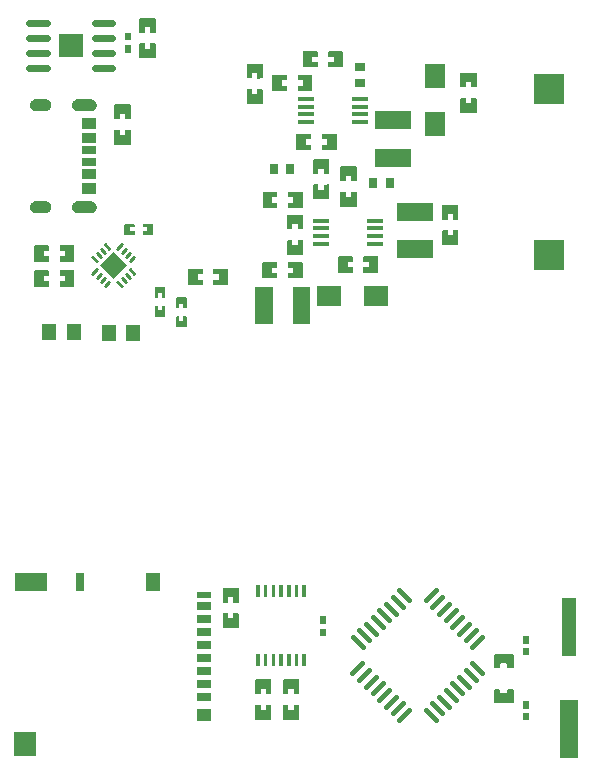
<source format=gtp>
G04 Layer: TopPasteMaskLayer*
G04 EasyEDA v6.4.30, 2022-01-21 15:04:52*
G04 c46cb3ee090d4a1eb143410c139ed502,dc6f5eff9a9d40dcab93570daa8facdf,10*
G04 Gerber Generator version 0.2*
G04 Scale: 100 percent, Rotated: No, Reflected: No *
G04 Dimensions in millimeters *
G04 leading zeros omitted , absolute positions ,4 integer and 5 decimal *
%FSLAX45Y45*%
%MOMM*%

%ADD19C,0.4500*%
%ADD29C,0.2800*%
%ADD30C,0.5740*%
%ADD32R,0.9000X0.8000*%
%ADD33R,0.8000X0.9000*%
%ADD35R,1.3005X1.3995*%
%ADD41R,2.5000X2.5000*%
%ADD43R,1.2000X0.8000*%
%ADD49R,1.2000X1.0000*%
%ADD50R,1.9000X2.0000*%
%ADD51R,2.8000X1.5000*%
%ADD52R,0.8000X1.5000*%
%ADD53R,1.2000X1.5000*%
%ADD54R,1.2000X0.6000*%
%ADD55R,1.8000X2.0000*%
%ADD56R,2.0000X1.8000*%
%ADD57R,3.1320X1.4850*%
%ADD60R,1.3970X0.4060*%
%ADD61R,1.5000X5.0000*%
%ADD62R,1.3000X5.0000*%

%LPD*%
G36*
X4790084Y2757373D02*
G01*
X4780076Y2747365D01*
X4780076Y2646629D01*
X4790084Y2636621D01*
X4940147Y2636621D01*
X4950155Y2646629D01*
X4950155Y2747365D01*
X4940147Y2757373D01*
X4904028Y2757373D01*
X4894021Y2747365D01*
X4894021Y2726334D01*
X4884013Y2716326D01*
X4846167Y2716326D01*
X4836210Y2726334D01*
X4836210Y2747365D01*
X4826203Y2757373D01*
G37*
G36*
X4790084Y3053130D02*
G01*
X4780076Y3043123D01*
X4780076Y2942386D01*
X4790084Y2932379D01*
X4826203Y2932379D01*
X4836210Y2942386D01*
X4836210Y2963418D01*
X4846167Y2973425D01*
X4884013Y2973425D01*
X4894021Y2963418D01*
X4894021Y2942386D01*
X4904028Y2932379D01*
X4940147Y2932379D01*
X4950155Y2942386D01*
X4950155Y3043123D01*
X4940147Y3053130D01*
G37*
G36*
X1915007Y5995466D02*
G01*
X1909978Y5990488D01*
X1909978Y5910478D01*
X1915007Y5905500D01*
X1995017Y5905500D01*
X1999996Y5910478D01*
X1999996Y5990488D01*
X1995017Y5995466D01*
X1972208Y5995466D01*
X1972208Y5958484D01*
X1939188Y5958484D01*
X1939188Y5995466D01*
G37*
G36*
X1915007Y6154470D02*
G01*
X1909978Y6149492D01*
X1909978Y6070498D01*
X1915007Y6065469D01*
X1939188Y6065469D01*
X1939188Y6103467D01*
X1972208Y6103467D01*
X1972208Y6065469D01*
X1995017Y6065469D01*
X1999996Y6070498D01*
X1999996Y6149492D01*
X1995017Y6154470D01*
G37*
G36*
X2094992Y6069482D02*
G01*
X2090013Y6064504D01*
X2090013Y5984494D01*
X2094992Y5979464D01*
X2117801Y5979464D01*
X2117801Y6016498D01*
X2150770Y6016498D01*
X2150770Y5979464D01*
X2175002Y5979464D01*
X2179980Y5984494D01*
X2179980Y6064504D01*
X2175002Y6069482D01*
G37*
G36*
X2094992Y5909513D02*
G01*
X2090013Y5904484D01*
X2090013Y5825490D01*
X2094992Y5820511D01*
X2175002Y5820511D01*
X2179980Y5825490D01*
X2179980Y5904484D01*
X2175002Y5909513D01*
X2150770Y5909513D01*
X2150770Y5871514D01*
X2117801Y5871514D01*
X2117801Y5909513D01*
G37*
G36*
X2807004Y2620467D02*
G01*
X2766009Y2619959D01*
X2760980Y2614980D01*
X2760980Y2499969D01*
X2766009Y2494991D01*
X2893974Y2494991D01*
X2899003Y2499969D01*
X2899003Y2614980D01*
X2893974Y2619959D01*
X2852013Y2619502D01*
X2852013Y2575458D01*
X2807004Y2575458D01*
G37*
G36*
X2766009Y2834995D02*
G01*
X2760980Y2829966D01*
X2760980Y2715006D01*
X2766009Y2709976D01*
X2807004Y2710484D01*
X2807004Y2754477D01*
X2852013Y2754477D01*
X2852013Y2709976D01*
X2893974Y2709976D01*
X2899003Y2715006D01*
X2899003Y2829966D01*
X2893974Y2834995D01*
G37*
G36*
X3042005Y2620467D02*
G01*
X3001010Y2619959D01*
X2995980Y2614980D01*
X2995980Y2499969D01*
X3001010Y2494991D01*
X3128975Y2494991D01*
X3134004Y2499969D01*
X3134004Y2614980D01*
X3128975Y2619959D01*
X3087014Y2619502D01*
X3087014Y2575458D01*
X3042005Y2575458D01*
G37*
G36*
X3001010Y2834995D02*
G01*
X2995980Y2829966D01*
X2995980Y2715006D01*
X3001010Y2709976D01*
X3042005Y2710484D01*
X3042005Y2754477D01*
X3087014Y2754477D01*
X3087014Y2709976D01*
X3128975Y2709976D01*
X3134004Y2715006D01*
X3134004Y2829966D01*
X3128975Y2834995D01*
G37*
G36*
X2531973Y3395472D02*
G01*
X2490978Y3394964D01*
X2485999Y3389985D01*
X2485999Y3274974D01*
X2490978Y3269996D01*
X2618994Y3269996D01*
X2623972Y3274974D01*
X2623972Y3389985D01*
X2618994Y3394964D01*
X2576982Y3394506D01*
X2576982Y3350463D01*
X2531973Y3350463D01*
G37*
G36*
X2490978Y3610000D02*
G01*
X2485999Y3604971D01*
X2485999Y3489960D01*
X2490978Y3484981D01*
X2531973Y3485489D01*
X2531973Y3529482D01*
X2576982Y3529482D01*
X2576982Y3484981D01*
X2618994Y3484981D01*
X2623972Y3489960D01*
X2623972Y3604971D01*
X2618994Y3610000D01*
G37*
G36*
X3682492Y6417005D02*
G01*
X3677513Y6411976D01*
X3677970Y6369964D01*
X3722014Y6369964D01*
X3722014Y6325006D01*
X3677005Y6325006D01*
X3677513Y6283960D01*
X3682492Y6278981D01*
X3797503Y6278981D01*
X3802481Y6283960D01*
X3802481Y6411976D01*
X3797503Y6417005D01*
G37*
G36*
X3467506Y6417005D02*
G01*
X3462477Y6411976D01*
X3462477Y6283960D01*
X3467506Y6278981D01*
X3582517Y6278981D01*
X3587496Y6283960D01*
X3586987Y6325006D01*
X3542995Y6325006D01*
X3542995Y6369964D01*
X3587496Y6369964D01*
X3587496Y6411976D01*
X3582517Y6417005D01*
G37*
G36*
X1573022Y7702499D02*
G01*
X1567992Y7697470D01*
X1567992Y7582509D01*
X1573022Y7577480D01*
X1614982Y7577988D01*
X1614982Y7621981D01*
X1659991Y7621981D01*
X1659991Y7576972D01*
X1700987Y7577480D01*
X1706016Y7582509D01*
X1706016Y7697470D01*
X1700987Y7702499D01*
G37*
G36*
X1573022Y7487462D02*
G01*
X1567992Y7482484D01*
X1567992Y7367473D01*
X1573022Y7362494D01*
X1700987Y7362494D01*
X1706016Y7367473D01*
X1706016Y7482484D01*
X1700987Y7487462D01*
X1659991Y7487005D01*
X1659991Y7442962D01*
X1614982Y7442962D01*
X1614982Y7487462D01*
G37*
G36*
X2412492Y6312001D02*
G01*
X2407513Y6306972D01*
X2407970Y6265011D01*
X2452014Y6265011D01*
X2452014Y6220002D01*
X2407005Y6220002D01*
X2407513Y6179007D01*
X2412492Y6173978D01*
X2527503Y6173978D01*
X2532481Y6179007D01*
X2532481Y6306972D01*
X2527503Y6312001D01*
G37*
G36*
X2197506Y6312001D02*
G01*
X2192477Y6306972D01*
X2192477Y6179007D01*
X2197506Y6173978D01*
X2312517Y6173978D01*
X2317496Y6179007D01*
X2316988Y6220002D01*
X2272995Y6220002D01*
X2272995Y6265011D01*
X2317496Y6265011D01*
X2317496Y6306972D01*
X2312517Y6312001D01*
G37*
G36*
X4503013Y7972501D02*
G01*
X4497984Y7967472D01*
X4497984Y7852460D01*
X4503013Y7847482D01*
X4544974Y7847990D01*
X4544974Y7891983D01*
X4589983Y7891983D01*
X4589983Y7846974D01*
X4630978Y7847482D01*
X4636008Y7852460D01*
X4636008Y7967472D01*
X4630978Y7972501D01*
G37*
G36*
X4503013Y7757464D02*
G01*
X4497984Y7752486D01*
X4497984Y7637475D01*
X4503013Y7632496D01*
X4630978Y7632496D01*
X4636008Y7637475D01*
X4636008Y7752486D01*
X4630978Y7757464D01*
X4589983Y7757007D01*
X4589983Y7712964D01*
X4544974Y7712964D01*
X4544974Y7757464D01*
G37*
G36*
X2693009Y8047481D02*
G01*
X2687980Y8042503D01*
X2687980Y7927492D01*
X2693009Y7922463D01*
X2734970Y7922971D01*
X2734970Y7966964D01*
X2779979Y7966964D01*
X2779979Y7922006D01*
X2820974Y7922463D01*
X2826004Y7927492D01*
X2826004Y8042503D01*
X2820974Y8047481D01*
G37*
G36*
X2693009Y7832496D02*
G01*
X2687980Y7827467D01*
X2687980Y7712506D01*
X2693009Y7707477D01*
X2820974Y7707477D01*
X2826004Y7712506D01*
X2826004Y7827467D01*
X2820974Y7832496D01*
X2779979Y7831988D01*
X2779979Y7787995D01*
X2734970Y7787995D01*
X2734970Y7832496D01*
G37*
G36*
X4347972Y6852462D02*
G01*
X4342993Y6847484D01*
X4342993Y6732473D01*
X4347972Y6727494D01*
X4389983Y6728002D01*
X4389983Y6771995D01*
X4434992Y6771995D01*
X4434992Y6726986D01*
X4475988Y6727494D01*
X4481017Y6732473D01*
X4481017Y6847484D01*
X4475988Y6852462D01*
G37*
G36*
X4347972Y6637477D02*
G01*
X4342993Y6632498D01*
X4342993Y6517487D01*
X4347972Y6512509D01*
X4475988Y6512509D01*
X4481017Y6517487D01*
X4481017Y6632498D01*
X4475988Y6637477D01*
X4434992Y6636969D01*
X4434992Y6592976D01*
X4389983Y6592976D01*
X4389983Y6637477D01*
G37*
G36*
X3042513Y6366967D02*
G01*
X3037484Y6361988D01*
X3037992Y6319977D01*
X3081985Y6319977D01*
X3081985Y6274968D01*
X3036976Y6274968D01*
X3037484Y6233972D01*
X3042513Y6228994D01*
X3157474Y6228994D01*
X3162503Y6233972D01*
X3162503Y6361988D01*
X3157474Y6366967D01*
G37*
G36*
X2827477Y6366967D02*
G01*
X2822498Y6361988D01*
X2822498Y6233972D01*
X2827477Y6228994D01*
X2942488Y6228994D01*
X2947517Y6233972D01*
X2947009Y6274968D01*
X2903016Y6274968D01*
X2903016Y6319977D01*
X2947517Y6319977D01*
X2947517Y6361988D01*
X2942488Y6366967D01*
G37*
G36*
X1259992Y7746949D02*
G01*
X1255014Y7746746D01*
X1250086Y7745984D01*
X1245260Y7744764D01*
X1240586Y7743037D01*
X1236065Y7740903D01*
X1231849Y7738313D01*
X1227836Y7735265D01*
X1224178Y7731912D01*
X1220927Y7728153D01*
X1217980Y7724089D01*
X1215491Y7719771D01*
X1213459Y7715250D01*
X1211884Y7710525D01*
X1210767Y7705648D01*
X1210157Y7700721D01*
X1210005Y7695742D01*
X1210360Y7690764D01*
X1211224Y7685836D01*
X1212596Y7681061D01*
X1214424Y7676388D01*
X1216710Y7671968D01*
X1219403Y7667802D01*
X1222502Y7663891D01*
X1226007Y7660335D01*
X1229817Y7657134D01*
X1233932Y7654290D01*
X1238300Y7651902D01*
X1242872Y7649972D01*
X1247648Y7648498D01*
X1252524Y7647533D01*
X1257503Y7647025D01*
X1369974Y7646974D01*
X1374952Y7647228D01*
X1379931Y7647990D01*
X1384757Y7649209D01*
X1389430Y7650886D01*
X1393901Y7653070D01*
X1398168Y7655661D01*
X1402130Y7658658D01*
X1405788Y7662062D01*
X1409090Y7665821D01*
X1411986Y7669834D01*
X1414475Y7674152D01*
X1416558Y7678724D01*
X1418132Y7683449D01*
X1419250Y7688275D01*
X1419860Y7693253D01*
X1419961Y7698231D01*
X1419606Y7703210D01*
X1418742Y7708087D01*
X1417370Y7712913D01*
X1415592Y7717536D01*
X1413306Y7721955D01*
X1410614Y7726172D01*
X1407464Y7730083D01*
X1404010Y7733639D01*
X1400200Y7736840D01*
X1396085Y7739634D01*
X1391716Y7742021D01*
X1387094Y7743952D01*
X1382318Y7745425D01*
X1377442Y7746390D01*
X1372463Y7746898D01*
G37*
G36*
X905002Y7746949D02*
G01*
X900023Y7746746D01*
X895096Y7745984D01*
X890269Y7744764D01*
X885596Y7743037D01*
X881075Y7740903D01*
X876808Y7738313D01*
X872845Y7735265D01*
X869187Y7731912D01*
X865886Y7728153D01*
X862990Y7724089D01*
X860501Y7719771D01*
X858469Y7715250D01*
X856843Y7710525D01*
X855776Y7705648D01*
X855116Y7700721D01*
X855014Y7695742D01*
X855370Y7690764D01*
X856234Y7685836D01*
X857605Y7681061D01*
X859434Y7676388D01*
X861669Y7671968D01*
X864412Y7667802D01*
X867511Y7663891D01*
X870966Y7660335D01*
X874826Y7657134D01*
X878941Y7654290D01*
X883310Y7651902D01*
X887882Y7649972D01*
X892657Y7648498D01*
X897534Y7647533D01*
X902512Y7647025D01*
X985012Y7646974D01*
X989990Y7647228D01*
X994918Y7647990D01*
X999744Y7649209D01*
X1004417Y7650886D01*
X1008887Y7653070D01*
X1013155Y7655661D01*
X1017117Y7658658D01*
X1020775Y7662062D01*
X1024077Y7665821D01*
X1026972Y7669834D01*
X1029462Y7674152D01*
X1031544Y7678724D01*
X1033119Y7683449D01*
X1034237Y7688275D01*
X1034846Y7693253D01*
X1034999Y7698231D01*
X1034592Y7703210D01*
X1033729Y7708087D01*
X1032408Y7712913D01*
X1030579Y7717536D01*
X1028293Y7721955D01*
X1025601Y7726172D01*
X1022502Y7730083D01*
X1018997Y7733639D01*
X1015187Y7736840D01*
X1011072Y7739634D01*
X1006703Y7742021D01*
X1002080Y7743952D01*
X997305Y7745425D01*
X992428Y7746390D01*
X987501Y7746898D01*
G37*
G36*
X1259992Y6882993D02*
G01*
X1255014Y6882739D01*
X1250086Y6882028D01*
X1245260Y6880758D01*
X1240586Y6879081D01*
X1236065Y6876897D01*
X1231849Y6874306D01*
X1227836Y6871309D01*
X1224178Y6867906D01*
X1220927Y6864146D01*
X1217980Y6860133D01*
X1215491Y6855815D01*
X1213459Y6851243D01*
X1211884Y6846519D01*
X1210767Y6841693D01*
X1210157Y6836714D01*
X1210005Y6831736D01*
X1210360Y6826758D01*
X1211224Y6821881D01*
X1212596Y6817055D01*
X1214424Y6812432D01*
X1216710Y6808012D01*
X1219403Y6803796D01*
X1222502Y6799935D01*
X1226007Y6796328D01*
X1229817Y6793128D01*
X1233932Y6790334D01*
X1238300Y6787946D01*
X1242872Y6786016D01*
X1247648Y6784543D01*
X1252524Y6783527D01*
X1257503Y6783070D01*
X1369974Y6783019D01*
X1374952Y6783222D01*
X1379931Y6783984D01*
X1384757Y6785203D01*
X1389430Y6786930D01*
X1393901Y6789064D01*
X1398168Y6791706D01*
X1402130Y6794703D01*
X1405788Y6798106D01*
X1409090Y6801815D01*
X1411986Y6805879D01*
X1414475Y6810197D01*
X1416558Y6814718D01*
X1418132Y6819442D01*
X1419250Y6824319D01*
X1419860Y6829247D01*
X1419961Y6834225D01*
X1419606Y6839203D01*
X1418742Y6844131D01*
X1417370Y6848906D01*
X1415592Y6853580D01*
X1413306Y6858000D01*
X1410614Y6862165D01*
X1407464Y6866077D01*
X1404010Y6869633D01*
X1400200Y6872833D01*
X1396085Y6875678D01*
X1391716Y6878066D01*
X1387094Y6879996D01*
X1382318Y6881469D01*
X1377442Y6882434D01*
X1372463Y6882942D01*
G37*
G36*
X905002Y6882993D02*
G01*
X900023Y6882739D01*
X895096Y6881977D01*
X890269Y6880758D01*
X885596Y6879081D01*
X881075Y6876897D01*
X876808Y6874306D01*
X872845Y6871309D01*
X869187Y6867906D01*
X865886Y6864146D01*
X862990Y6860133D01*
X860501Y6855815D01*
X858469Y6851243D01*
X856843Y6846519D01*
X855776Y6841693D01*
X855116Y6836714D01*
X855014Y6831736D01*
X855370Y6826758D01*
X856234Y6821881D01*
X857605Y6817055D01*
X859434Y6812432D01*
X861669Y6808012D01*
X864412Y6803796D01*
X867511Y6799884D01*
X870966Y6796328D01*
X874826Y6793128D01*
X878941Y6790334D01*
X883310Y6787946D01*
X887882Y6786016D01*
X892657Y6784543D01*
X897534Y6783527D01*
X902512Y6783070D01*
X985012Y6782968D01*
X989990Y6783222D01*
X994918Y6783984D01*
X999744Y6785203D01*
X1004417Y6786930D01*
X1008887Y6789064D01*
X1013155Y6791655D01*
X1017117Y6794703D01*
X1020775Y6798056D01*
X1024077Y6801815D01*
X1026972Y6805879D01*
X1029462Y6810197D01*
X1031544Y6814718D01*
X1033119Y6819442D01*
X1034237Y6824319D01*
X1034846Y6829247D01*
X1034999Y6834225D01*
X1034592Y6839203D01*
X1033729Y6844131D01*
X1032408Y6848906D01*
X1030579Y6853529D01*
X1028293Y6858000D01*
X1025601Y6862165D01*
X1022502Y6866077D01*
X1018997Y6869633D01*
X1015187Y6872833D01*
X1011072Y6875678D01*
X1006703Y6878066D01*
X1002080Y6879996D01*
X997305Y6881418D01*
X992428Y6882434D01*
X987501Y6882942D01*
G37*
G36*
X1294993Y7584998D02*
G01*
X1294993Y7494981D01*
X1414983Y7494981D01*
X1414983Y7584998D01*
G37*
G36*
X1294993Y7456982D02*
G01*
X1294993Y7376972D01*
X1414983Y7376972D01*
X1414983Y7456982D01*
G37*
G36*
X1294993Y7349998D02*
G01*
X1294993Y7279995D01*
X1414983Y7279995D01*
X1414983Y7349998D01*
G37*
G36*
X1294993Y7249972D02*
G01*
X1294993Y7179970D01*
X1414983Y7179970D01*
X1414983Y7249972D01*
G37*
G36*
X1294993Y7152995D02*
G01*
X1294993Y7072985D01*
X1414983Y7072985D01*
X1414983Y7152995D01*
G37*
G36*
X1294993Y7034987D02*
G01*
X1294993Y6944969D01*
X1414983Y6944969D01*
X1414983Y7034987D01*
G37*
G36*
X1662480Y8204962D02*
G01*
X1657502Y8199983D01*
X1657502Y8146999D01*
X1662480Y8141970D01*
X1707489Y8141970D01*
X1712518Y8146999D01*
X1712518Y8199983D01*
X1707489Y8204962D01*
G37*
G36*
X1662480Y8307984D02*
G01*
X1657502Y8303006D01*
X1657502Y8249970D01*
X1662480Y8244992D01*
X1707489Y8244992D01*
X1712518Y8249970D01*
X1712518Y8303006D01*
X1707489Y8307984D01*
G37*
G36*
X3312464Y3367989D02*
G01*
X3307486Y3362960D01*
X3307486Y3309975D01*
X3312464Y3304997D01*
X3357473Y3304997D01*
X3362502Y3309975D01*
X3362502Y3362960D01*
X3357473Y3367989D01*
G37*
G36*
X3312464Y3264966D02*
G01*
X3307486Y3259988D01*
X3307486Y3207004D01*
X3312464Y3201974D01*
X3357473Y3201974D01*
X3362502Y3207004D01*
X3362502Y3259988D01*
X3357473Y3264966D01*
G37*
G36*
X1655521Y6690004D02*
G01*
X1650492Y6684975D01*
X1650492Y6605016D01*
X1655521Y6599986D01*
X1735480Y6599986D01*
X1740509Y6605016D01*
X1740509Y6627774D01*
X1703476Y6627774D01*
X1703476Y6660794D01*
X1740509Y6660794D01*
X1740509Y6684975D01*
X1735480Y6690004D01*
G37*
G36*
X1815490Y6690004D02*
G01*
X1810512Y6684975D01*
X1810512Y6660794D01*
X1848510Y6660794D01*
X1848510Y6627774D01*
X1810512Y6627774D01*
X1810512Y6605016D01*
X1815490Y6599986D01*
X1894484Y6599986D01*
X1899513Y6605016D01*
X1899513Y6684975D01*
X1894484Y6690004D01*
G37*
G36*
X894994Y6509004D02*
G01*
X890016Y6504025D01*
X890016Y6376009D01*
X894994Y6370980D01*
X1010005Y6370980D01*
X1014984Y6376009D01*
X1014476Y6418021D01*
X970483Y6418021D01*
X970483Y6462979D01*
X1015492Y6462979D01*
X1014984Y6504025D01*
X1010005Y6509004D01*
G37*
G36*
X1109980Y6509004D02*
G01*
X1105001Y6504025D01*
X1105509Y6462979D01*
X1149502Y6462979D01*
X1149502Y6418021D01*
X1105001Y6418021D01*
X1105001Y6376009D01*
X1109980Y6370980D01*
X1224991Y6370980D01*
X1230020Y6376009D01*
X1230020Y6504025D01*
X1224991Y6509004D01*
G37*
G36*
X5032502Y2551988D02*
G01*
X5027472Y2544978D01*
X5027472Y2496972D01*
X5032502Y2491994D01*
X5077460Y2491994D01*
X5082489Y2496972D01*
X5082489Y2544978D01*
X5077460Y2551988D01*
G37*
G36*
X5032502Y2648000D02*
G01*
X5027472Y2642971D01*
X5027472Y2594965D01*
X5032502Y2588006D01*
X5077460Y2588006D01*
X5082489Y2594965D01*
X5082489Y2642971D01*
X5077460Y2648000D01*
G37*
G36*
X5032502Y3198012D02*
G01*
X5027472Y3192983D01*
X5027472Y3144977D01*
X5032502Y3137966D01*
X5077460Y3137966D01*
X5082489Y3144977D01*
X5082489Y3192983D01*
X5077460Y3198012D01*
G37*
G36*
X5032502Y3102000D02*
G01*
X5027472Y3094990D01*
X5027472Y3046984D01*
X5032502Y3042005D01*
X5077460Y3042005D01*
X5082489Y3046984D01*
X5082489Y3094990D01*
X5077460Y3102000D01*
G37*
G36*
X3487978Y7177481D02*
G01*
X3483000Y7172502D01*
X3483000Y7057491D01*
X3487978Y7052513D01*
X3529990Y7052970D01*
X3529990Y7096963D01*
X3574999Y7096963D01*
X3574999Y7052005D01*
X3615994Y7052513D01*
X3620973Y7057491D01*
X3620973Y7172502D01*
X3615994Y7177481D01*
G37*
G36*
X3487978Y6962495D02*
G01*
X3483000Y6957466D01*
X3483000Y6842506D01*
X3487978Y6837476D01*
X3615994Y6837476D01*
X3620973Y6842506D01*
X3620973Y6957466D01*
X3615994Y6962495D01*
X3574999Y6961987D01*
X3574999Y6917994D01*
X3529990Y6917994D01*
X3529990Y6962495D01*
G37*
G36*
X1109980Y6298996D02*
G01*
X1105001Y6294018D01*
X1105509Y6252006D01*
X1149502Y6252006D01*
X1149502Y6206998D01*
X1104493Y6206998D01*
X1105001Y6166002D01*
X1109980Y6161024D01*
X1224991Y6161024D01*
X1230020Y6166002D01*
X1230020Y6294018D01*
X1224991Y6298996D01*
G37*
G36*
X894994Y6298996D02*
G01*
X890016Y6294018D01*
X890016Y6166002D01*
X894994Y6161024D01*
X1010005Y6161024D01*
X1014984Y6166002D01*
X1014476Y6206998D01*
X970483Y6206998D01*
X970483Y6252006D01*
X1014984Y6252006D01*
X1014984Y6294018D01*
X1010005Y6298996D01*
G37*
G36*
X3329990Y7453985D02*
G01*
X3325012Y7449007D01*
X3325469Y7406995D01*
X3369513Y7406995D01*
X3369513Y7361986D01*
X3324504Y7361986D01*
X3325012Y7320991D01*
X3329990Y7315962D01*
X3445001Y7315962D01*
X3449980Y7320991D01*
X3449980Y7449007D01*
X3445001Y7453985D01*
G37*
G36*
X3115005Y7453985D02*
G01*
X3109976Y7449007D01*
X3109976Y7320991D01*
X3115005Y7315962D01*
X3230016Y7315962D01*
X3234994Y7320991D01*
X3234486Y7361986D01*
X3190494Y7361986D01*
X3190494Y7406995D01*
X3234994Y7406995D01*
X3234994Y7449007D01*
X3230016Y7453985D01*
G37*
G36*
X3125012Y7954009D02*
G01*
X3119983Y7948980D01*
X3120491Y7906969D01*
X3164484Y7906969D01*
X3164484Y7862011D01*
X3119475Y7862011D01*
X3119983Y7820964D01*
X3125012Y7815986D01*
X3239973Y7815986D01*
X3245002Y7820964D01*
X3245002Y7948980D01*
X3239973Y7954009D01*
G37*
G36*
X2909976Y7954009D02*
G01*
X2904998Y7948980D01*
X2904998Y7820964D01*
X2909976Y7815986D01*
X3024987Y7815986D01*
X3030016Y7820964D01*
X3029508Y7862011D01*
X2985516Y7862011D01*
X2985516Y7906969D01*
X3030016Y7906969D01*
X3030016Y7948980D01*
X3024987Y7954009D01*
G37*
G36*
X3385007Y8154009D02*
G01*
X3379978Y8148980D01*
X3380486Y8106968D01*
X3424478Y8106968D01*
X3424478Y8062010D01*
X3379470Y8062010D01*
X3379978Y8020964D01*
X3385007Y8015986D01*
X3500018Y8015986D01*
X3504996Y8020964D01*
X3504996Y8148980D01*
X3500018Y8154009D01*
G37*
G36*
X3169970Y8154009D02*
G01*
X3164992Y8148980D01*
X3164992Y8020964D01*
X3169970Y8015986D01*
X3284982Y8015986D01*
X3290011Y8020964D01*
X3289503Y8062010D01*
X3245510Y8062010D01*
X3245510Y8106968D01*
X3290011Y8106968D01*
X3290011Y8148980D01*
X3284982Y8154009D01*
G37*
G36*
X3077006Y6555486D02*
G01*
X3036011Y6554978D01*
X3030982Y6549999D01*
X3030982Y6434988D01*
X3036011Y6429959D01*
X3163976Y6429959D01*
X3169005Y6434988D01*
X3169005Y6549999D01*
X3163976Y6554978D01*
X3122015Y6554470D01*
X3122015Y6510477D01*
X3077006Y6510477D01*
G37*
G36*
X3036011Y6769963D02*
G01*
X3030982Y6764985D01*
X3030982Y6649974D01*
X3036011Y6644995D01*
X3077006Y6645503D01*
X3077006Y6689496D01*
X3122015Y6689496D01*
X3122015Y6644995D01*
X3163976Y6644995D01*
X3169005Y6649974D01*
X3169005Y6764985D01*
X3163976Y6769963D01*
G37*
G36*
X3045002Y6963968D02*
G01*
X3039973Y6958990D01*
X3040481Y6916978D01*
X3084474Y6916978D01*
X3084474Y6871970D01*
X3039516Y6871970D01*
X3039973Y6830974D01*
X3045002Y6825996D01*
X3160014Y6825996D01*
X3164992Y6830974D01*
X3164992Y6958990D01*
X3160014Y6963968D01*
G37*
G36*
X2830017Y6963968D02*
G01*
X2824988Y6958990D01*
X2824988Y6830974D01*
X2830017Y6825996D01*
X2944977Y6825996D01*
X2950006Y6830974D01*
X2949498Y6871970D01*
X2905506Y6871970D01*
X2905506Y6916978D01*
X2950006Y6916978D01*
X2950006Y6958990D01*
X2944977Y6963968D01*
G37*
G36*
X3297021Y7025487D02*
G01*
X3255975Y7024979D01*
X3250996Y7020001D01*
X3250996Y6904990D01*
X3255975Y6899960D01*
X3383991Y6899960D01*
X3389020Y6904990D01*
X3389020Y7020001D01*
X3383991Y7024979D01*
X3341979Y7024471D01*
X3341979Y6980478D01*
X3297021Y6980478D01*
G37*
G36*
X3255975Y7239965D02*
G01*
X3250996Y7234986D01*
X3250996Y7119975D01*
X3255975Y7114997D01*
X3297021Y7115505D01*
X3297021Y7159498D01*
X3341979Y7159498D01*
X3341979Y7114997D01*
X3383991Y7114997D01*
X3389020Y7119975D01*
X3389020Y7234986D01*
X3383991Y7239965D01*
G37*
G36*
X1827022Y8220506D02*
G01*
X1785975Y8219998D01*
X1780997Y8214969D01*
X1780997Y8099958D01*
X1785975Y8094980D01*
X1913991Y8094980D01*
X1919020Y8099958D01*
X1919020Y8214969D01*
X1913991Y8219998D01*
X1871980Y8219490D01*
X1871980Y8175498D01*
X1827022Y8175498D01*
G37*
G36*
X1785975Y8434984D02*
G01*
X1780997Y8430006D01*
X1780997Y8314994D01*
X1785975Y8309965D01*
X1827022Y8310473D01*
X1827022Y8354466D01*
X1871980Y8354466D01*
X1871980Y8309965D01*
X1913991Y8309965D01*
X1919020Y8314994D01*
X1919020Y8430006D01*
X1913991Y8434984D01*
G37*
D19*
X3980756Y2489751D02*
G01*
X4065607Y2574602D01*
X3924165Y2546316D02*
G01*
X4009016Y2631168D01*
X3867599Y2602908D02*
G01*
X3952450Y2687759D01*
X3811033Y2659448D02*
G01*
X3895885Y2744299D01*
X3754467Y2716039D02*
G01*
X3839319Y2800891D01*
X3697902Y2772605D02*
G01*
X3782753Y2857456D01*
X3641336Y2829171D02*
G01*
X3726187Y2914022D01*
X3584745Y2885737D02*
G01*
X3669596Y2970588D01*
X3585659Y3193346D02*
G01*
X3670510Y3108495D01*
X3642225Y3249912D02*
G01*
X3727076Y3165060D01*
X3698791Y3306503D02*
G01*
X3783642Y3221652D01*
X3755356Y3363043D02*
G01*
X3840208Y3278192D01*
X3811948Y3419635D02*
G01*
X3896799Y3334783D01*
X3868488Y3476175D02*
G01*
X3953339Y3391324D01*
X3925079Y3532766D02*
G01*
X4009931Y3447915D01*
X3981645Y3589332D02*
G01*
X4066496Y3504481D01*
X4204378Y3505370D02*
G01*
X4289229Y3590221D01*
X4260969Y3448804D02*
G01*
X4345820Y3533655D01*
X4317535Y3392238D02*
G01*
X4402386Y3477089D01*
X4374100Y3335672D02*
G01*
X4458952Y3420524D01*
X4430666Y3279106D02*
G01*
X4515518Y3363958D01*
X4487232Y3222541D02*
G01*
X4572083Y3307392D01*
X4543798Y3165975D02*
G01*
X4628649Y3250826D01*
X4600389Y3109384D02*
G01*
X4685240Y3194235D01*
X4599475Y2971502D02*
G01*
X4684326Y2886651D01*
X4542909Y2914911D02*
G01*
X4627760Y2830060D01*
X4486343Y2858345D02*
G01*
X4571194Y2773494D01*
X4429777Y2801780D02*
G01*
X4514629Y2716928D01*
X4373211Y2745214D02*
G01*
X4458063Y2660362D01*
X4316646Y2688648D02*
G01*
X4401497Y2603797D01*
X4260080Y2632082D02*
G01*
X4344931Y2547231D01*
X4203489Y2575491D02*
G01*
X4288340Y2490640D01*
D29*
X1382527Y6268598D02*
G01*
X1419296Y6305367D01*
X1417883Y6233241D02*
G01*
X1454652Y6270010D01*
X1453240Y6197884D02*
G01*
X1490009Y6234653D01*
X1488597Y6162527D02*
G01*
X1525366Y6199296D01*
X1594667Y6199271D02*
G01*
X1631436Y6162502D01*
X1630024Y6234628D02*
G01*
X1666793Y6197859D01*
X1665356Y6269984D02*
G01*
X1702125Y6233215D01*
X1700738Y6305341D02*
G01*
X1737507Y6268572D01*
X1700738Y6374643D02*
G01*
X1737507Y6411412D01*
X1665356Y6410025D02*
G01*
X1702125Y6446794D01*
X1630024Y6445356D02*
G01*
X1666793Y6482125D01*
X1594667Y6480738D02*
G01*
X1631436Y6517507D01*
X1488597Y6517482D02*
G01*
X1525366Y6480713D01*
X1453240Y6482125D02*
G01*
X1490009Y6445356D01*
X1417883Y6446768D02*
G01*
X1454652Y6409999D01*
X1382527Y6411412D02*
G01*
X1419296Y6374643D01*
D30*
X996287Y8390509D02*
G01*
X849886Y8390509D01*
X996287Y8263509D02*
G01*
X849886Y8263509D01*
X996287Y8136509D02*
G01*
X849886Y8136509D01*
X996287Y8009509D02*
G01*
X849886Y8009509D01*
X1550108Y8390509D02*
G01*
X1403708Y8390509D01*
X1550108Y8263509D02*
G01*
X1403708Y8263509D01*
X1550108Y8136509D02*
G01*
X1403708Y8136509D01*
X1550108Y8009509D02*
G01*
X1403708Y8009509D01*
D32*
G01*
X3650005Y8019973D03*
G01*
X3650005Y7879969D03*
D33*
G01*
X2919984Y7154976D03*
G01*
X3059988Y7154976D03*
G01*
X3759987Y7034987D03*
G01*
X3899992Y7034987D03*
D35*
G01*
X1225042Y5775070D03*
G01*
X1014984Y5775070D03*
G36*
X2769745Y3047009D02*
G01*
X2800225Y3047009D01*
X2800225Y2947949D01*
X2769745Y2947949D01*
G37*
G36*
X2834746Y3047009D02*
G01*
X2865226Y3047009D01*
X2865226Y2947949D01*
X2834746Y2947949D01*
G37*
G36*
X2899745Y3047009D02*
G01*
X2930225Y3047009D01*
X2930225Y2947949D01*
X2899745Y2947949D01*
G37*
G36*
X2964746Y3047009D02*
G01*
X2995226Y3047009D01*
X2995226Y2947949D01*
X2964746Y2947949D01*
G37*
G36*
X3029747Y3047009D02*
G01*
X3060227Y3047009D01*
X3060227Y2947949D01*
X3029747Y2947949D01*
G37*
G36*
X3094746Y3047009D02*
G01*
X3125226Y3047009D01*
X3125226Y2947949D01*
X3094746Y2947949D01*
G37*
G36*
X3159747Y3047009D02*
G01*
X3190227Y3047009D01*
X3190227Y2947949D01*
X3159747Y2947949D01*
G37*
G36*
X3159747Y3632012D02*
G01*
X3190227Y3632012D01*
X3190227Y3532952D01*
X3159747Y3532952D01*
G37*
G36*
X3094746Y3632012D02*
G01*
X3125226Y3632012D01*
X3125226Y3532952D01*
X3094746Y3532952D01*
G37*
G36*
X3029747Y3632012D02*
G01*
X3060227Y3632012D01*
X3060227Y3532952D01*
X3029747Y3532952D01*
G37*
G36*
X2964746Y3632012D02*
G01*
X2995226Y3632012D01*
X2995226Y3532952D01*
X2964746Y3532952D01*
G37*
G36*
X2899745Y3632012D02*
G01*
X2930225Y3632012D01*
X2930225Y3532952D01*
X2899745Y3532952D01*
G37*
G36*
X2834746Y3632012D02*
G01*
X2865226Y3632012D01*
X2865226Y3532952D01*
X2834746Y3532952D01*
G37*
G36*
X2769745Y3632012D02*
G01*
X2800225Y3632012D01*
X2800225Y3532952D01*
X2769745Y3532952D01*
G37*
D41*
G01*
X5249992Y6430002D03*
G01*
X5249992Y7829999D03*
G36*
X1446855Y6340000D02*
G01*
X1560004Y6453149D01*
X1673156Y6340000D01*
X1560004Y6226848D01*
G37*
D49*
G01*
X2324988Y2529992D03*
D50*
G01*
X815009Y2284984D03*
D51*
G01*
X859993Y3654983D03*
D52*
G01*
X1275003Y3654983D03*
D53*
G01*
X1894992Y3654983D03*
D54*
G01*
X2324988Y3549980D03*
D43*
G01*
X2324988Y3454984D03*
G01*
X2324988Y3345002D03*
G01*
X2324988Y3234994D03*
G01*
X2324988Y3124987D03*
G01*
X2324988Y3014979D03*
G01*
X2324988Y2904997D03*
G01*
X2324988Y2794990D03*
G01*
X2324988Y2684983D03*
D55*
G01*
X4284979Y7939989D03*
G01*
X4284979Y7539989D03*
D56*
G01*
X3785006Y6079997D03*
G01*
X3385007Y6079997D03*
D57*
G01*
X3929989Y7250734D03*
G01*
X3929989Y7569250D03*
G01*
X4109999Y6475729D03*
G01*
X4109999Y6794245D03*
G36*
X3080001Y6156594D02*
G01*
X3228500Y6156594D01*
X3228500Y5843396D01*
X3080001Y5843396D01*
G37*
G36*
X2761485Y6156594D02*
G01*
X2909984Y6156594D01*
X2909984Y5843396D01*
X2761485Y5843396D01*
G37*
D35*
G01*
X1730019Y5769990D03*
G01*
X1519961Y5769990D03*
G36*
X1100000Y8300001D02*
G01*
X1299999Y8300001D01*
X1299999Y8100001D01*
X1100000Y8100001D01*
G37*
D60*
G01*
X3189986Y7747482D03*
G01*
X3189986Y7682484D03*
G01*
X3189986Y7617460D03*
G01*
X3189986Y7552461D03*
G01*
X3650005Y7552461D03*
G01*
X3650005Y7617460D03*
G01*
X3650005Y7682484D03*
G01*
X3650005Y7747482D03*
G01*
X3314979Y6717512D03*
G01*
X3314979Y6652513D03*
G01*
X3314979Y6587489D03*
G01*
X3314979Y6522491D03*
G01*
X3774998Y6522491D03*
G01*
X3774998Y6587489D03*
G01*
X3774998Y6652513D03*
G01*
X3774998Y6717512D03*
D61*
G01*
X5419979Y2414981D03*
D62*
G01*
X5419979Y3274974D03*
M02*

</source>
